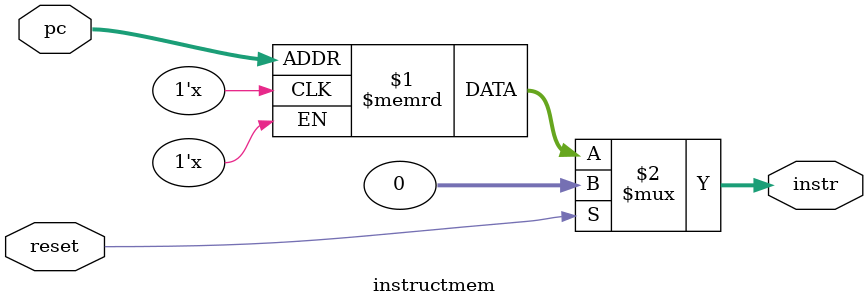
<source format=sv>
module instructmem #(parameter N=32, L=1024)(pc,reset,instr);
  input logic [N-1:0] pc;
  input logic reset;
  output logic [N-1:0] instr;
  logic [N-1:0] mem [L-1:0];
  assign instr = reset? 0: mem[pc];
endmodule

</source>
